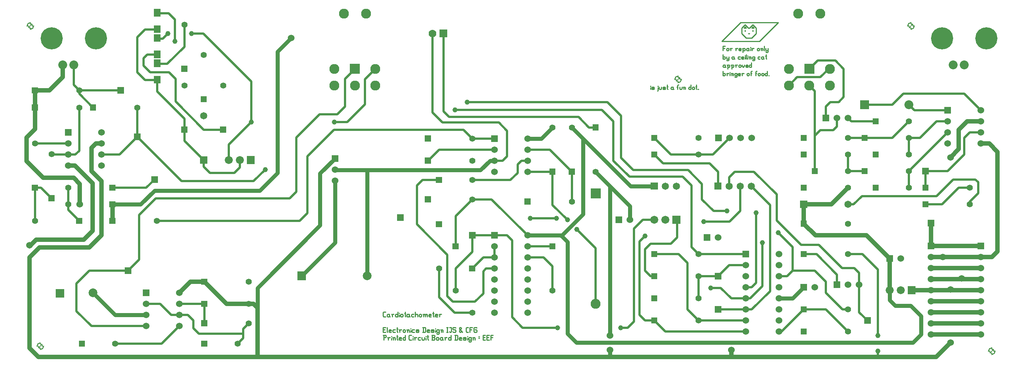
<source format=gbr>
G04 start of page 2 for group 0 idx 0 *
G04 Title: (unknown), component *
G04 Creator: pcb 20091103 *
G04 CreationDate: Mon Apr 26 17:04:44 2010 UTC *
G04 For: fosse *
G04 Format: Gerber/RS-274X *
G04 PCB-Dimensions: 1200000 1000000 *
G04 PCB-Coordinate-Origin: lower left *
%MOIN*%
%FSLAX25Y25*%
%LNFRONT*%
%ADD11C,0.0200*%
%ADD12C,0.0400*%
%ADD13C,0.0350*%
%ADD14C,0.0100*%
%ADD15C,0.0550*%
%ADD16C,0.0600*%
%ADD17C,0.0650*%
%ADD18C,0.0800*%
%ADD19C,0.0787*%
%ADD20C,0.2000*%
%ADD21C,0.0900*%
%ADD22C,0.0720*%
%ADD23C,0.0700*%
%ADD24C,0.0460*%
%ADD25R,0.0590X0.0590*%
%ADD26C,0.0300*%
%ADD27C,0.0280*%
%ADD28C,0.0380*%
%ADD29C,0.0320*%
%ADD30C,0.0315*%
%ADD31C,0.0790*%
%ADD32C,0.0510*%
%ADD33C,0.0420*%
%ADD34C,0.0500*%
%ADD35C,0.0472*%
%ADD36C,0.0395*%
G54D11*G36*
X1026900Y481300D02*X1025900D01*
Y482300D01*
X1026900D01*
Y481300D01*
G37*
G36*
X1025900Y480300D02*X1024900D01*
Y481300D01*
X1025900D01*
Y480300D01*
G37*
G36*
X953900Y775300D02*X952900D01*
Y776300D01*
X953900D01*
Y775300D01*
G37*
G36*
X952900Y774300D02*X951900D01*
Y775300D01*
X952900D01*
Y774300D01*
G37*
G36*
X158400Y775300D02*X157400D01*
Y776300D01*
X158400D01*
Y775300D01*
G37*
G36*
X157400Y774300D02*X156400D01*
Y775300D01*
X157400D01*
Y774300D01*
G37*
G36*
X167400Y485800D02*X166400D01*
Y486800D01*
X167400D01*
Y485800D01*
G37*
G36*
X166400Y484800D02*X165400D01*
Y485800D01*
X166400D01*
Y484800D01*
G37*
G36*
X743500Y727000D02*X742500D01*
Y728000D01*
X743500D01*
Y727000D01*
G37*
G36*
X742500Y726000D02*X741500D01*
Y727000D01*
X742500D01*
Y726000D01*
G37*
G54D12*X971000Y566500D02*X1026000D01*
X971000Y546500D02*X1016000D01*
Y556500D02*X971000D01*
G54D11*X923000Y555000D02*X909000Y569000D01*
X896000D01*
X906000Y552000D02*X901500Y556500D01*
G54D12*X1016000Y536500D02*X953500D01*
X1016000Y496500D02*X971000D01*
Y506500D02*X1016000D01*
Y516500D02*X971000D01*
Y526500D02*X1016000D01*
G54D13*X962000Y496500D02*Y513000D01*
G54D12*X933500Y565000D02*Y536500D01*
G54D13*Y527500D02*Y536500D01*
X962000Y513000D02*X952500Y522500D01*
X938500D01*
X933500Y527500D01*
G54D12*X971000Y596500D02*Y576500D01*
X988500Y489000D02*X975500Y476000D01*
G54D11*X923000Y481500D02*Y475500D01*
G54D12*X912500Y586000D02*X933500Y565000D01*
G54D11*X921000Y689000D02*X899000D01*
G54D12*X1016000D02*X1003500D01*
X996000Y681500D02*Y664000D01*
G54D11*X882500Y681000D02*X871000D01*
X886000Y684500D02*X882500Y681000D01*
X825500Y613500D02*X808500Y630500D01*
X876000Y692000D02*Y702500D01*
X871000Y681000D02*X866000Y676000D01*
X831500Y623000D02*X811000Y643500D01*
X896000Y519000D02*X891000D01*
X876000Y534000D01*
Y544000D01*
X886000Y541500D02*Y550500D01*
G54D12*X866500Y586000D02*X912500D01*
G54D11*X901500Y556500D02*X890500D01*
X886000Y550500D02*X867500Y569000D01*
X923000Y555000D02*Y495500D01*
X906000Y516500D02*X913500Y509000D01*
X906000Y552000D02*Y516500D01*
X866000Y554000D02*X846000D01*
G54D12*X856000Y596500D02*X866500Y586000D01*
G54D11*X853500Y577500D02*X869500D01*
X867500Y569000D02*X856000D01*
X846000Y554000D02*Y575500D01*
G54D12*X790500Y482000D02*Y476000D01*
G54D11*X807500Y529000D02*X818500Y540000D01*
X790500Y529000D02*X807500D01*
X809000Y519000D02*X825500Y535500D01*
X803500Y539000D02*X809000D01*
X813000Y543000D01*
X818500Y540000D02*Y579500D01*
X869500Y577500D02*X890500Y556500D01*
X846000Y575500D02*X833000Y588500D01*
X896000Y674000D02*X936000D01*
X1016000Y679000D02*X1006000D01*
X1001000Y674000D01*
X951000D02*X961000D01*
X936000D02*X951000Y689000D01*
X936000Y704000D02*X946000Y714000D01*
X986000Y699000D02*X956000D01*
X951000Y704000D01*
X911000D02*X936000D01*
X946000Y714000D02*X1001000D01*
X1016000Y699000D01*
X961000Y674000D02*X976000Y689000D01*
X986000D01*
G54D12*X1003500D02*X996000Y681500D01*
X1031000Y661500D02*Y571500D01*
X1026000Y566500D01*
G54D11*X1001000Y674000D02*Y659000D01*
X986000Y644000D01*
G54D12*X1016000Y669000D02*X1023500D01*
X1031000Y661500D01*
G54D11*X986000Y644000D02*X966000D01*
Y629000D02*Y644000D01*
X1006000Y629000D02*X996000D01*
X981000Y614000D01*
X966000D01*
G54D13*X954500Y489000D02*X962000Y496500D01*
G54D11*X951000Y629000D02*Y644000D01*
X986000Y679000D01*
X951000Y659000D02*Y674000D01*
G54D12*X996000Y664000D02*X988500Y656500D01*
G54D11*X991000Y636500D02*X976000Y621500D01*
X1006000Y614000D02*Y616500D01*
X1013500Y624000D01*
Y634000D01*
X1011000Y636500D01*
X991000D01*
X911000Y644000D02*X896000D01*
Y659000D01*
Y614000D02*X901000D01*
X908500Y621500D01*
X976000D02*X908500D01*
X761000Y549000D02*Y529000D01*
X772000Y538500D02*X781000D01*
X790500Y529000D01*
X743000Y569000D02*X751000Y561000D01*
Y519000D02*X761000Y509000D01*
X803500D01*
X721000Y549000D02*X717500D01*
X741500Y584000D02*Y599500D01*
X717500Y549000D02*X712500Y554000D01*
Y573500D01*
X717500Y578500D01*
X761000Y569000D02*X754500Y575500D01*
G54D13*X681000Y630500D02*Y495500D01*
G54D11*X741500Y599500D02*X741000Y600000D01*
X721000Y569000D02*X743000D01*
X668000Y574500D02*Y524000D01*
X746500Y639000D02*X698500D01*
G54D13*X721000Y630500D02*X699500D01*
G54D11*X751000Y561000D02*Y519000D01*
X754500Y575500D02*Y631000D01*
X746500Y639000D01*
X646500Y643500D02*Y616500D01*
X668000Y574500D02*X651000Y591500D01*
G54D13*X642500Y497000D02*X650500Y489000D01*
X681000Y476000D02*Y482000D01*
X642500Y580000D02*Y497000D01*
G54D11*X811000Y643500D02*X793500D01*
X778500Y630500D02*Y643500D01*
X793500D02*X788500Y638500D01*
Y630500D01*
X798500Y608000D02*Y630500D01*
X774000Y659000D02*X789000Y674000D01*
X778500Y643500D02*X771000Y651000D01*
X764000Y632500D02*Y618500D01*
X774500Y608000D01*
X841000Y549000D02*X846000Y554000D01*
X833500Y549000D02*X841000D01*
X825500Y535500D02*Y613500D01*
X831500Y599500D02*X853500Y577500D01*
G54D12*X1016000Y576500D02*X971000D01*
G54D13*X636500Y586000D02*X642500Y580000D01*
G54D11*X717500Y578500D02*X736000D01*
X741500Y584000D01*
X803500Y559000D02*X788500D01*
X813000Y543000D02*Y606500D01*
X774500Y608000D02*X786500D01*
G54D13*X656500Y605000D02*X637000Y585500D01*
G54D11*X774000Y659000D02*X736000D01*
X771000Y651000D02*X729000D01*
X702000Y645000D02*X751500D01*
X729000Y651000D02*X721000Y659000D01*
X684000Y653500D02*Y689000D01*
X668000Y683500D02*X662000D01*
X652500Y693000D01*
X684000Y689000D02*X673500Y699500D01*
G54D13*X656500Y605000D02*Y673500D01*
X646500Y683500D02*X656500Y673500D01*
X699500Y630500D02*X646500Y683500D01*
G54D11*X876000Y544000D02*X866000Y554000D01*
X836000Y499000D02*X856000Y519000D01*
X876000D01*
X896000Y499000D01*
G54D13*X833500Y529000D02*X846000D01*
X856000Y539000D01*
G54D11*X803500Y499000D02*X731000D01*
X833500D02*X836000D01*
G54D13*X650500Y489000D02*X954500D01*
G54D11*X731000Y499000D02*X721000Y509000D01*
X690500Y502500D02*X697000D01*
X702500Y508000D01*
X761000Y569000D02*X803500D01*
X788500Y559000D02*X778500Y549000D01*
X761000D01*
X778500Y519000D02*X809000D01*
X721000Y509000D02*X712500D01*
X707500Y514000D01*
Y580500D01*
X712500Y585500D01*
X702500Y508000D02*Y592000D01*
G54D13*X668000Y643500D02*X699000Y612500D01*
G54D11*X691000Y656000D02*X702000Y645000D01*
X698500Y639000D02*X684000Y653500D01*
X691000Y694000D02*Y656000D01*
X678500Y706500D02*X691000Y694000D01*
X702500Y592000D02*X710500Y600000D01*
X721000D01*
G54D13*X699000Y612500D02*Y600000D01*
G54D11*X736000Y659000D02*X721000Y674000D01*
X751500Y645000D02*X764000Y632500D01*
X886000Y692000D02*Y684500D01*
X899000Y689000D02*X896000Y692000D01*
X892000Y711000D02*Y736500D01*
X880000Y706500D02*X887500D01*
X866000Y716500D02*X861000Y721500D01*
X884500Y744000D02*X892000Y736500D01*
X879500D02*X878500D01*
X871000Y729000D01*
X861000Y736500D02*X868500Y744000D01*
X884500D01*
X871000Y729000D02*X850000D01*
X866000Y644000D02*Y716500D01*
G54D12*X856000Y614000D02*Y596500D01*
G54D11*X831500Y599500D02*Y623000D01*
G54D12*X856000Y614000D02*X881000D01*
X896000Y629000D01*
G54D11*X765500Y598500D02*X789000D01*
X798500Y608000D01*
G54D14*X810000Y771500D02*Y770500D01*
X809000Y773500D02*X810000Y774500D01*
X813000Y773500D02*X810000Y776500D01*
X813000Y768500D02*Y773500D01*
X811000D02*X809000D01*
X810000Y774500D02*X811000Y773500D01*
X803000Y776500D02*X800000Y773500D01*
X802000D02*X803000Y774500D01*
X804000Y773500D02*X802000D01*
X806000D02*X803000Y776500D01*
Y774500D02*X804000Y773500D01*
Y764500D02*X809000D01*
X807000Y773500D02*X806000D01*
X803000Y771500D02*Y770500D01*
X807000Y768500D02*X806000D01*
X809000Y764500D02*X813000Y768500D01*
X810000Y776500D02*X807000Y773500D01*
X799000Y778500D02*X782000Y761500D01*
X800000Y768500D02*X804000Y764500D01*
X782000Y761500D02*X816000D01*
X800000Y773500D02*Y768500D01*
X799000Y778500D02*X833000D01*
X816000Y761500D01*
G54D11*X281060Y741060D02*X296500Y756500D01*
X297000Y736000D02*X296500Y736500D01*
X288000Y781000D02*Y761500D01*
G54D13*X380500Y752000D02*X393000Y764500D01*
G54D11*X296500Y756500D02*Y776500D01*
X303000Y768500D02*X313500D01*
X357000Y725000D01*
X459500Y727000D02*Y704500D01*
X443500Y688500D01*
X441500Y702500D02*Y727500D01*
X469000Y736500D02*X459500Y727000D01*
X441500Y727500D02*X450500Y736500D01*
X548500Y681500D02*X431500D01*
G54D13*X461528Y644972D02*X461500Y645000D01*
X432500Y635500D02*Y579527D01*
X402473Y549500D01*
X433000Y645000D02*X432500Y645500D01*
X481500Y645000D02*X433000D01*
X461528Y549500D02*Y644972D01*
G54D11*X443500Y688500D02*X432000D01*
X434500Y695500D02*X418500D01*
X397500Y674500D02*X418500Y695500D01*
X535500Y693000D02*X530500Y698000D01*
X520500Y697000D02*X529500Y688000D01*
X314000Y681500D02*X288500Y707000D01*
X331500Y681500D02*X314000D01*
G54D13*X380500Y642500D02*Y752000D01*
X364500Y626500D02*X380500Y642500D01*
G54D11*X359000Y635000D02*X369500Y645500D01*
X336500Y668000D02*X357000Y688500D01*
X336500Y668000D02*Y654000D01*
X346500D02*Y647500D01*
X341500Y642500D01*
X357000Y725000D02*Y688500D01*
X359000Y635000D02*X294000D01*
X341500Y642500D02*X319500D01*
X314000Y648000D01*
X296500Y691500D02*Y671500D01*
X314500Y653500D02*X296500Y671500D01*
X314000Y648000D02*Y654000D01*
X541500Y576000D02*Y603500D01*
X534000Y568500D02*X506500Y596000D01*
X534000Y568500D02*Y531000D01*
X539000Y526000D02*X534000Y531000D01*
X526500Y556000D02*Y530000D01*
X541500Y556000D02*Y536000D01*
X526500Y663500D02*X516500Y653500D01*
X511500Y636000D02*X506500Y631000D01*
X511500Y636000D02*X526500D01*
X506500Y631000D02*Y596000D01*
X530500Y698000D02*Y768500D01*
X520500D02*Y697000D01*
X552000Y706500D02*X678500D01*
X201500Y717000D02*Y714000D01*
X876000Y702500D02*X880000Y706500D01*
X887500D02*X892000Y711000D01*
X272000Y726209D02*X272087Y726296D01*
X288500Y727500D02*X282500Y733500D01*
X850000Y729000D02*X842500Y721500D01*
X254000Y733500D02*X261000Y726500D01*
X282500Y733500D02*X265500D01*
X261000Y726500D02*X271883D01*
X556500Y673500D02*X576500D01*
X652500Y693000D02*X535500D01*
X673500Y699500D02*X541000D01*
X529500Y688000D02*X580500D01*
X588000Y680500D01*
X548500Y681500D02*X556500Y673500D01*
G54D12*X975500Y476000D02*X165000D01*
G54D11*X541500Y556000D02*X556500Y571000D01*
X566500Y566000D02*X556500Y556000D01*
X629000Y558000D02*X621000Y566000D01*
X566500D02*X576500D01*
X606500D02*X621000D01*
X569000Y556000D02*X576500D01*
X569000D02*X566500Y553500D01*
X629000Y558000D02*Y536000D01*
X602000Y502500D02*X633500D01*
X606500Y576000D02*X629000D01*
X576500D02*Y566000D01*
X592500Y581500D02*Y512000D01*
X602000Y502500D01*
X539000Y526000D02*X559000D01*
X566500Y533500D02*X559000Y526000D01*
X540500Y516000D02*X526500Y530000D01*
X566500Y553500D02*Y533500D01*
X540500Y516000D02*X556500D01*
X276000Y488000D02*X292000Y504000D01*
X271500Y599000D02*X400500D01*
X245500Y554000D02*X255500Y564000D01*
Y604500D01*
X254000Y675000D02*X294000Y635000D01*
X255500Y604500D02*X270500Y619500D01*
X386000D01*
X626500Y663500D02*X646500Y643500D01*
X606500Y663500D02*X626500D01*
X629000Y643500D02*Y613500D01*
X606000Y653000D02*X606500Y653500D01*
Y643500D02*X629000D01*
G54D12*X628500Y684000D02*X629000Y683500D01*
G54D13*X606500Y673500D02*X619000D01*
X629000Y683500D01*
X606500Y586000D02*X636500D01*
G54D11*X632500Y601500D02*X609000D01*
X629000Y613500D02*X642500Y600000D01*
X606500Y653500D02*X601000D01*
X597500Y650000D01*
Y642500D01*
X541500Y603500D02*X556500Y618500D01*
X557000Y618000D02*X556500Y618500D01*
X574000D02*X606500Y586000D01*
X556500Y618500D02*X574000D01*
X556500Y586000D02*X588000D01*
X526500Y663500D02*X576500D01*
X588000Y680500D02*Y657500D01*
X584000Y653500D01*
X576500D01*
G54D13*X572500D01*
X564000Y645000D01*
X481000D01*
G54D11*X588000Y586000D02*X592500Y581500D01*
X591000Y636000D02*X556500D01*
X597500Y642500D02*X591000Y636000D01*
X314500Y506500D02*Y524000D01*
X292000D01*
G54D12*X334500D02*X359000D01*
X302000Y544000D02*X292000Y534000D01*
X261874Y513874D02*X262000Y514000D01*
X165500Y575000D02*X210500D01*
G54D11*X191500Y629000D02*Y609000D01*
X201500Y599000D01*
G54D13*X257000Y614000D02*X269500Y626500D01*
X364500D01*
G54D11*X231500Y629000D02*X262000D01*
G54D12*X359000Y524000D02*X362500Y520500D01*
X205500Y582000D02*X162500D01*
X156500Y566000D02*X165500Y575000D01*
G54D13*X262000Y514000D02*X234000D01*
X214000Y534000D01*
G54D11*X161500Y629000D02*X167000D01*
X176500Y619500D01*
X161500Y629000D02*Y599000D01*
G54D12*X202000Y632500D02*Y614000D01*
X196500Y638000D02*X202000Y632500D01*
X169000Y638000D02*X196500D01*
G54D11*X201500Y714000D02*X214000Y701500D01*
G54D12*X212500Y644000D02*Y665000D01*
X216500Y669000D01*
G54D11*X201500Y662500D02*Y701500D01*
X198000Y659000D02*X201500Y662500D01*
G54D12*X191500Y649000D02*X197500D01*
X161500Y717000D02*Y682000D01*
G54D11*X176500Y659000D02*X198000D01*
G54D12*X161500Y717000D02*X174500D01*
G54D11*X161500Y669000D02*X191500D01*
X238000Y659000D02*X254000Y675000D01*
Y701500D02*Y675000D01*
X221500Y659000D02*X238000D01*
X262000Y629000D02*X269500Y636500D01*
X196500Y740000D02*Y722000D01*
G54D12*X186500Y729000D02*Y740000D01*
G54D11*X265500Y733500D02*X259500Y739500D01*
X239000Y717000D02*X201500D01*
X272087Y741060D02*X281060D01*
X271883Y726500D02*X272087Y726296D01*
Y763894D02*X276894D01*
X282271Y786729D02*X288000Y781000D01*
X272087Y786729D02*X282271D01*
X296500Y691500D02*X272000Y716000D01*
X272087Y771965D02*X260965D01*
X254000Y765000D01*
X276894Y763894D02*X281500Y768500D01*
X259500Y739500D02*Y746000D01*
X254000Y765000D02*Y733500D01*
X263000Y749500D02*X271717D01*
X259500Y746000D02*X263000Y749500D01*
X271717D02*X272087Y749130D01*
G54D12*X221500Y669000D02*X216500D01*
X197500Y649000D02*X213500Y633000D01*
Y590000D01*
X174500Y717000D02*X186500Y729000D01*
G54D11*X196500Y722000D02*X201500Y717000D01*
X272000Y716000D02*Y726209D01*
G54D12*X221500Y635000D02*Y586000D01*
X154000Y653000D02*X169000Y638000D01*
X154000Y674500D02*Y653000D01*
X161500Y682000D02*X154000Y674500D01*
G54D11*X349500Y501500D02*X354500Y506500D01*
G54D13*X362500Y538500D02*X419000Y595000D01*
X362500Y520500D02*Y538500D01*
G54D12*Y520500D02*Y476000D01*
G54D11*X304500Y502000D02*X309500Y497000D01*
X284500Y514000D02*X299500D01*
X304500Y509000D02*Y502000D01*
G54D12*X314500Y544000D02*X302000D01*
G54D11*X299500Y514000D02*X304500Y509000D01*
G54D12*X334500Y524000D02*X314500Y544000D01*
X213500Y590000D02*X205500Y582000D01*
X221500Y586000D02*X210500Y575000D01*
X162500Y582000D02*X156500Y576000D01*
G54D11*X210500Y554000D02*X245500D01*
X556500Y586000D02*Y571000D01*
X284500Y514000D02*X274500Y524000D01*
X262000D02*X274500D01*
X262000Y504000D02*X212500D01*
X309500Y497000D02*X349500D01*
Y493000D02*X344500Y488000D01*
X349500Y501500D02*Y493000D01*
X234000Y488000D02*X276000D01*
G54D12*X156500Y484000D02*Y566000D01*
G54D11*X212500Y504000D02*X199000Y517500D01*
Y542500D01*
X210500Y554000D01*
G54D12*X164500Y476000D02*X156500Y484000D01*
G54D13*X419000Y642000D02*X432500Y655500D01*
X419000Y595000D02*Y642000D01*
G54D11*X407500Y657500D02*X431500Y681500D01*
X397500Y625500D02*Y674500D01*
X407500Y606000D02*Y657500D01*
X434500Y695500D02*X441500Y702500D01*
X288500Y707000D02*Y727500D01*
X386500Y619500D02*X391500D01*
X400500Y599000D02*X407500Y606000D01*
G54D13*X231500Y614000D02*X257000D01*
G54D11*X391500Y619500D02*X397500Y625500D01*
G54D12*X231500Y614000D02*Y599000D01*
X212500Y644000D02*X221500Y635000D01*
G54D14*X155400Y775300D02*G75*G03X157400Y773300I2000J0D01*G01*
X159400Y775300D02*G75*G03X157400Y777300I-2000J0D01*G01*
Y778300D02*G75*G03X154400Y775300I0J-3000D01*G01*
X157400Y772300D02*G75*G03X160400Y775300I0J3000D01*G01*
X164400Y485800D02*G75*G03X166400Y483800I2000J0D01*G01*
X168400Y485800D02*G75*G03X166400Y487800I-2000J0D01*G01*
Y488800D02*G75*G03X163400Y485800I0J-3000D01*G01*
X166400Y482800D02*G75*G03X169400Y485800I0J3000D01*G01*
X1023900Y481300D02*G75*G03X1025900Y479300I2000J0D01*G01*
X1027900Y481300D02*G75*G03X1025900Y483300I-2000J0D01*G01*
Y484300D02*G75*G03X1022900Y481300I0J-3000D01*G01*
X1025900Y478300D02*G75*G03X1028900Y481300I0J3000D01*G01*
X950900Y775300D02*G75*G03X952900Y773300I2000J0D01*G01*
Y772300D02*G75*G03X955900Y775300I0J3000D01*G01*
X954900D02*G75*G03X952900Y777300I-2000J0D01*G01*
Y778300D02*G75*G03X949900Y775300I0J-3000D01*G01*
X740500Y727000D02*G75*G03X742500Y725000I2000J0D01*G01*
X744500Y727000D02*G75*G03X742500Y729000I-2000J0D01*G01*
Y730000D02*G75*G03X739500Y727000I0J-3000D01*G01*
X742500Y724000D02*G75*G03X745500Y727000I0J3000D01*G01*
X783000Y734510D02*Y730550D01*
Y731045D02*X783495Y730550D01*
X784485D01*
X784980Y731045D01*
Y732035D02*Y731045D01*
X784485Y732530D02*X784980Y732035D01*
X783495Y732530D02*X784485D01*
X783000Y732035D02*X783495Y732530D01*
X786663Y732035D02*Y730550D01*
Y732035D02*X787158Y732530D01*
X788148D01*
X786168D02*X786663Y732035D01*
X789337Y733520D02*Y733025D01*
Y732035D02*Y730550D01*
X790823Y732035D02*Y730550D01*
Y732035D02*X791318Y732530D01*
X791813D01*
X792308Y732035D01*
Y730550D01*
X790328Y732530D02*X790823Y732035D01*
X794982Y732530D02*X795477Y732035D01*
X793992Y732530D02*X794982D01*
X793497Y732035D02*X793992Y732530D01*
X793497Y732035D02*Y731045D01*
X793992Y730550D01*
X794982D01*
X795477Y731045D01*
X793497Y729560D02*X793992Y729065D01*
X794982D01*
X795477Y729560D01*
Y732530D02*Y729560D01*
X797161Y730550D02*X798646D01*
X796666Y731045D02*X797161Y730550D01*
X796666Y732035D02*Y731045D01*
Y732035D02*X797161Y732530D01*
X798151D01*
X798646Y732035D01*
X796666Y731540D02*X798646D01*
Y732035D02*Y731540D01*
X800330Y732035D02*Y730550D01*
Y732035D02*X800825Y732530D01*
X801815D01*
X799835D02*X800330Y732035D01*
X804786D02*Y731045D01*
Y732035D02*X805281Y732530D01*
X806271D01*
X806766Y732035D01*
Y731045D01*
X806271Y730550D02*X806766Y731045D01*
X805281Y730550D02*X806271D01*
X804786Y731045D02*X805281Y730550D01*
X808450Y734015D02*Y730550D01*
Y734015D02*X808945Y734510D01*
X809440D01*
X807955Y732530D02*X808945D01*
X812708Y734015D02*Y730550D01*
Y734015D02*X813203Y734510D01*
X813698D01*
X812213Y732530D02*X813203D01*
X814689Y732035D02*Y731045D01*
Y732035D02*X815184Y732530D01*
X816174D01*
X816669Y732035D01*
Y731045D01*
X816174Y730550D02*X816669Y731045D01*
X815184Y730550D02*X816174D01*
X814689Y731045D02*X815184Y730550D01*
X817858Y732035D02*Y731045D01*
Y732035D02*X818353Y732530D01*
X819343D01*
X819838Y732035D01*
Y731045D01*
X819343Y730550D02*X819838Y731045D01*
X818353Y730550D02*X819343D01*
X817858Y731045D02*X818353Y730550D01*
X823007Y734510D02*Y730550D01*
X822512D02*X823007Y731045D01*
X821522Y730550D02*X822512D01*
X821027Y731045D02*X821522Y730550D01*
X821027Y732035D02*Y731045D01*
Y732035D02*X821522Y732530D01*
X822512D01*
X823007Y732035D01*
X824196Y730550D02*X824691D01*
X783000Y757010D02*Y753050D01*
Y757010D02*X784980D01*
X783000Y755030D02*X784485D01*
X786168Y754535D02*Y753545D01*
Y754535D02*X786663Y755030D01*
X787653D01*
X788148Y754535D01*
Y753545D01*
X787653Y753050D02*X788148Y753545D01*
X786663Y753050D02*X787653D01*
X786168Y753545D02*X786663Y753050D01*
X789832Y754535D02*Y753050D01*
Y754535D02*X790327Y755030D01*
X791317D01*
X789337D02*X789832Y754535D01*
X794783D02*Y753050D01*
Y754535D02*X795278Y755030D01*
X796268D01*
X794288D02*X794783Y754535D01*
X797952Y753050D02*X799437D01*
X797457Y753545D02*X797952Y753050D01*
X797457Y754535D02*Y753545D01*
Y754535D02*X797952Y755030D01*
X798942D01*
X799437Y754535D01*
X797457Y754040D02*X799437D01*
Y754535D02*Y754040D01*
X801121Y754535D02*Y751565D01*
X800626Y755030D02*X801121Y754535D01*
X801616Y755030D01*
X802606D01*
X803101Y754535D01*
Y753545D01*
X802606Y753050D02*X803101Y753545D01*
X801616Y753050D02*X802606D01*
X801121Y753545D02*X801616Y753050D01*
X805775Y755030D02*X806270Y754535D01*
X804785Y755030D02*X805775D01*
X804290Y754535D02*X804785Y755030D01*
X804290Y754535D02*Y753545D01*
X804785Y753050D01*
X806270Y755030D02*Y753545D01*
X806765Y753050D01*
X804785D02*X805775D01*
X806270Y753545D01*
X807954Y756020D02*Y755525D01*
Y754535D02*Y753050D01*
X809440Y754535D02*Y753050D01*
Y754535D02*X809935Y755030D01*
X810925D01*
X808945D02*X809440Y754535D01*
X813896D02*Y753545D01*
Y754535D02*X814391Y755030D01*
X815381D01*
X815876Y754535D01*
Y753545D01*
X815381Y753050D02*X815876Y753545D01*
X814391Y753050D02*X815381D01*
X813896Y753545D02*X814391Y753050D01*
X817560Y754535D02*Y753050D01*
Y754535D02*X818055Y755030D01*
X818550D01*
X819045Y754535D01*
Y753050D01*
X817065Y755030D02*X817560Y754535D01*
X820234Y757010D02*Y753545D01*
X820729Y753050D01*
X821720Y755030D02*Y753545D01*
X822215Y753050D01*
X823700Y755030D02*Y752060D01*
X823205Y751565D02*X823700Y752060D01*
X822215Y751565D02*X823205D01*
X821720Y752060D02*X822215Y751565D01*
Y753050D02*X823205D01*
X823700Y753545D01*
X783000Y749510D02*Y745550D01*
Y746045D02*X783495Y745550D01*
X784485D01*
X784980Y746045D01*
Y747035D02*Y746045D01*
X784485Y747530D02*X784980Y747035D01*
X783495Y747530D02*X784485D01*
X783000Y747035D02*X783495Y747530D01*
X786168D02*Y746045D01*
X786663Y745550D01*
X788148Y747530D02*Y744560D01*
X787653Y744065D02*X788148Y744560D01*
X786663Y744065D02*X787653D01*
X786168Y744560D02*X786663Y744065D01*
Y745550D02*X787653D01*
X788148Y746045D01*
X792604Y747530D02*X793099Y747035D01*
X791614Y747530D02*X792604D01*
X791119Y747035D02*X791614Y747530D01*
X791119Y747035D02*Y746045D01*
X791614Y745550D01*
X793099Y747530D02*Y746045D01*
X793594Y745550D01*
X791614D02*X792604D01*
X793099Y746045D01*
X797060Y747530D02*X798545D01*
X796565Y747035D02*X797060Y747530D01*
X796565Y747035D02*Y746045D01*
X797060Y745550D01*
X798545D01*
X800229D02*X801714D01*
X799734Y746045D02*X800229Y745550D01*
X799734Y747035D02*Y746045D01*
Y747035D02*X800229Y747530D01*
X801219D01*
X801714Y747035D01*
X799734Y746540D02*X801714D01*
Y747035D02*Y746540D01*
X802903Y748520D02*Y748025D01*
Y747035D02*Y745550D01*
X803894Y749510D02*Y746045D01*
X804389Y745550D01*
X805380Y748520D02*Y748025D01*
Y747035D02*Y745550D01*
X806866Y747035D02*Y745550D01*
Y747035D02*X807361Y747530D01*
X807856D01*
X808351Y747035D01*
Y745550D01*
X806371Y747530D02*X806866Y747035D01*
X811025Y747530D02*X811520Y747035D01*
X810035Y747530D02*X811025D01*
X809540Y747035D02*X810035Y747530D01*
X809540Y747035D02*Y746045D01*
X810035Y745550D01*
X811025D01*
X811520Y746045D01*
X809540Y744560D02*X810035Y744065D01*
X811025D01*
X811520Y744560D01*
Y747530D02*Y744560D01*
X814986Y747530D02*X816471D01*
X814491Y747035D02*X814986Y747530D01*
X814491Y747035D02*Y746045D01*
X814986Y745550D01*
X816471D01*
X819145Y747530D02*X819640Y747035D01*
X818155Y747530D02*X819145D01*
X817660Y747035D02*X818155Y747530D01*
X817660Y747035D02*Y746045D01*
X818155Y745550D01*
X819640Y747530D02*Y746045D01*
X820135Y745550D01*
X818155D02*X819145D01*
X819640Y746045D01*
X821819Y749510D02*Y746045D01*
X822314Y745550D01*
X821324Y748025D02*X822314D01*
X784485Y740030D02*X784980Y739535D01*
X783495Y740030D02*X784485D01*
X783000Y739535D02*X783495Y740030D01*
X783000Y739535D02*Y738545D01*
X783495Y738050D01*
X784980Y740030D02*Y738545D01*
X785475Y738050D01*
X783495D02*X784485D01*
X784980Y738545D01*
X787158Y739535D02*Y736565D01*
X786663Y740030D02*X787158Y739535D01*
X787653Y740030D01*
X788643D01*
X789138Y739535D01*
Y738545D01*
X788643Y738050D02*X789138Y738545D01*
X787653Y738050D02*X788643D01*
X787158Y738545D02*X787653Y738050D01*
X790822Y739535D02*Y736565D01*
X790327Y740030D02*X790822Y739535D01*
X791317Y740030D01*
X792307D01*
X792802Y739535D01*
Y738545D01*
X792307Y738050D02*X792802Y738545D01*
X791317Y738050D02*X792307D01*
X790822Y738545D02*X791317Y738050D01*
X794486Y739535D02*Y738050D01*
Y739535D02*X794981Y740030D01*
X795971D01*
X793991D02*X794486Y739535D01*
X797160D02*Y738545D01*
Y739535D02*X797655Y740030D01*
X798645D01*
X799140Y739535D01*
Y738545D01*
X798645Y738050D02*X799140Y738545D01*
X797655Y738050D02*X798645D01*
X797160Y738545D02*X797655Y738050D01*
X800329Y740030D02*Y739040D01*
X801319Y738050D01*
X802309Y739040D01*
Y740030D02*Y739040D01*
X803993Y738050D02*X805478D01*
X803498Y738545D02*X803993Y738050D01*
X803498Y739535D02*Y738545D01*
Y739535D02*X803993Y740030D01*
X804983D01*
X805478Y739535D01*
X803498Y739040D02*X805478D01*
Y739535D02*Y739040D01*
X808647Y742010D02*Y738050D01*
X808152D02*X808647Y738545D01*
X807162Y738050D02*X808152D01*
X806667Y738545D02*X807162Y738050D01*
X806667Y739535D02*Y738545D01*
Y739535D02*X807162Y740030D01*
X808152D01*
X808647Y739535D01*
X717500Y721020D02*Y720525D01*
Y719535D02*Y718050D01*
X718985D02*X720470D01*
X720965Y718545D01*
X720470Y719040D02*X720965Y718545D01*
X718985Y719040D02*X720470D01*
X718490Y719535D02*X718985Y719040D01*
X718490Y719535D02*X718985Y720030D01*
X720470D01*
X720965Y719535D01*
X718490Y718545D02*X718985Y718050D01*
X724431Y721020D02*Y720525D01*
Y719535D02*Y717060D01*
X723936Y716565D02*X724431Y717060D01*
X725422Y720030D02*Y718545D01*
X725917Y718050D01*
X726907D01*
X727402Y718545D01*
Y720030D02*Y718545D01*
X729086Y718050D02*X730571D01*
X731066Y718545D01*
X730571Y719040D02*X731066Y718545D01*
X729086Y719040D02*X730571D01*
X728591Y719535D02*X729086Y719040D01*
X728591Y719535D02*X729086Y720030D01*
X730571D01*
X731066Y719535D01*
X728591Y718545D02*X729086Y718050D01*
X732750Y722010D02*Y718545D01*
X733245Y718050D01*
X732255Y720525D02*X733245D01*
X737503Y720030D02*X737998Y719535D01*
X736513Y720030D02*X737503D01*
X736018Y719535D02*X736513Y720030D01*
X736018Y719535D02*Y718545D01*
X736513Y718050D01*
X737998Y720030D02*Y718545D01*
X738493Y718050D01*
X736513D02*X737503D01*
X737998Y718545D01*
X741959Y721515D02*Y718050D01*
Y721515D02*X742454Y722010D01*
X742949D01*
X741464Y720030D02*X742454D01*
X743940D02*Y718545D01*
X744435Y718050D01*
X745425D01*
X745920Y718545D01*
Y720030D02*Y718545D01*
X747604Y719535D02*Y718050D01*
Y719535D02*X748099Y720030D01*
X748594D01*
X749089Y719535D01*
Y718050D01*
X747109Y720030D02*X747604Y719535D01*
X754040Y722010D02*Y718050D01*
X753545D02*X754040Y718545D01*
X752555Y718050D02*X753545D01*
X752060Y718545D02*X752555Y718050D01*
X752060Y719535D02*Y718545D01*
Y719535D02*X752555Y720030D01*
X753545D01*
X754040Y719535D01*
X755229D02*Y718545D01*
Y719535D02*X755724Y720030D01*
X756714D01*
X757209Y719535D01*
Y718545D01*
X756714Y718050D02*X757209Y718545D01*
X755724Y718050D02*X756714D01*
X755229Y718545D02*X755724Y718050D01*
X758893Y722010D02*Y718545D01*
X759388Y718050D01*
X758398Y720525D02*X759388D01*
X760379Y718050D02*X760874D01*
X476550Y495900D02*Y491500D01*
X476000Y495900D02*X478200D01*
X478750Y495350D01*
Y494250D01*
X478200Y493700D02*X478750Y494250D01*
X476550Y493700D02*X478200D01*
X480621Y493150D02*Y491500D01*
Y493150D02*X481171Y493700D01*
X482271D01*
X480071D02*X480621Y493150D01*
X483592Y494800D02*Y494250D01*
Y493150D02*Y491500D01*
X485243Y493150D02*Y491500D01*
Y493150D02*X485793Y493700D01*
X486343D01*
X486893Y493150D01*
Y491500D01*
X484693Y493700D02*X485243Y493150D01*
X488764Y495900D02*Y492050D01*
X489314Y491500D01*
X488214Y494250D02*X489314D01*
X490965Y491500D02*X492615D01*
X490415Y492050D02*X490965Y491500D01*
X490415Y493150D02*Y492050D01*
Y493150D02*X490965Y493700D01*
X492065D01*
X492615Y493150D01*
X490415Y492600D02*X492615D01*
Y493150D02*Y492600D01*
X496136Y495900D02*Y491500D01*
X495586D02*X496136Y492050D01*
X494486Y491500D02*X495586D01*
X493936Y492050D02*X494486Y491500D01*
X493936Y493150D02*Y492050D01*
Y493150D02*X494486Y493700D01*
X495586D01*
X496136Y493150D01*
X499987Y491500D02*X501637D01*
X499437Y492050D02*X499987Y491500D01*
X499437Y495350D02*Y492050D01*
Y495350D02*X499987Y495900D01*
X501637D01*
X502958Y494800D02*Y494250D01*
Y493150D02*Y491500D01*
X504609Y493150D02*Y491500D01*
Y493150D02*X505159Y493700D01*
X506259D01*
X504059D02*X504609Y493150D01*
X508131Y493700D02*X509781D01*
X507581Y493150D02*X508131Y493700D01*
X507581Y493150D02*Y492050D01*
X508131Y491500D01*
X509781D01*
X511102Y493700D02*Y492050D01*
X511652Y491500D01*
X512752D01*
X513302Y492050D01*
Y493700D02*Y492050D01*
X514623Y494800D02*Y494250D01*
Y493150D02*Y491500D01*
X516274Y495900D02*Y492050D01*
X516824Y491500D01*
X515724Y494250D02*X516824D01*
X519905Y491500D02*X522105D01*
X522655Y492050D01*
Y493150D02*Y492050D01*
X522105Y493700D02*X522655Y493150D01*
X520455Y493700D02*X522105D01*
X520455Y495900D02*Y491500D01*
X519905Y495900D02*X522105D01*
X522655Y495350D01*
Y494250D01*
X522105Y493700D02*X522655Y494250D01*
X523976Y493150D02*Y492050D01*
Y493150D02*X524526Y493700D01*
X525626D01*
X526176Y493150D01*
Y492050D01*
X525626Y491500D02*X526176Y492050D01*
X524526Y491500D02*X525626D01*
X523976Y492050D02*X524526Y491500D01*
X529147Y493700D02*X529697Y493150D01*
X528047Y493700D02*X529147D01*
X527497Y493150D02*X528047Y493700D01*
X527497Y493150D02*Y492050D01*
X528047Y491500D01*
X529697Y493700D02*Y492050D01*
X530247Y491500D01*
X528047D02*X529147D01*
X529697Y492050D01*
X532118Y493150D02*Y491500D01*
Y493150D02*X532668Y493700D01*
X533768D01*
X531568D02*X532118Y493150D01*
X537289Y495900D02*Y491500D01*
X536739D02*X537289Y492050D01*
X535639Y491500D02*X536739D01*
X535089Y492050D02*X535639Y491500D01*
X535089Y493150D02*Y492050D01*
Y493150D02*X535639Y493700D01*
X536739D01*
X537289Y493150D01*
X541140Y495900D02*Y491500D01*
X542790Y495900D02*X543340Y495350D01*
Y492050D01*
X542790Y491500D02*X543340Y492050D01*
X540590Y491500D02*X542790D01*
X540590Y495900D02*X542790D01*
X545212Y491500D02*X546862D01*
X544662Y492050D02*X545212Y491500D01*
X544662Y493150D02*Y492050D01*
Y493150D02*X545212Y493700D01*
X546312D01*
X546862Y493150D01*
X544662Y492600D02*X546862D01*
Y493150D02*Y492600D01*
X548733Y491500D02*X550383D01*
X550933Y492050D01*
X550383Y492600D02*X550933Y492050D01*
X548733Y492600D02*X550383D01*
X548183Y493150D02*X548733Y492600D01*
X548183Y493150D02*X548733Y493700D01*
X550383D01*
X550933Y493150D01*
X548183Y492050D02*X548733Y491500D01*
X552254Y494800D02*Y494250D01*
Y493150D02*Y491500D01*
X555005Y493700D02*X555555Y493150D01*
X553905Y493700D02*X555005D01*
X553355Y493150D02*X553905Y493700D01*
X553355Y493150D02*Y492050D01*
X553905Y491500D01*
X555005D01*
X555555Y492050D01*
X553355Y490400D02*X553905Y489850D01*
X555005D01*
X555555Y490400D01*
Y493700D02*Y490400D01*
X557426Y493150D02*Y491500D01*
Y493150D02*X557976Y493700D01*
X558526D01*
X559076Y493150D01*
Y491500D01*
X556876Y493700D02*X557426Y493150D01*
X562377Y494250D02*X562927D01*
X562377Y493150D02*X562927D01*
X566228Y493700D02*X567878D01*
X566228Y491500D02*X568428D01*
X566228Y495900D02*Y491500D01*
Y495900D02*X568428D01*
X569749Y493700D02*X571399D01*
X569749Y491500D02*X571949D01*
X569749Y495900D02*Y491500D01*
Y495900D02*X571949D01*
X573270D02*Y491500D01*
Y495900D02*X575470D01*
X573270Y493700D02*X574920D01*
X476000Y500700D02*X477650D01*
X476000Y498500D02*X478200D01*
X476000Y502900D02*Y498500D01*
Y502900D02*X478200D01*
X479521D02*Y499050D01*
X480071Y498500D01*
X481722D02*X483372D01*
X481172Y499050D02*X481722Y498500D01*
X481172Y500150D02*Y499050D01*
Y500150D02*X481722Y500700D01*
X482822D01*
X483372Y500150D01*
X481172Y499600D02*X483372D01*
Y500150D02*Y499600D01*
X485243Y500700D02*X486893D01*
X484693Y500150D02*X485243Y500700D01*
X484693Y500150D02*Y499050D01*
X485243Y498500D01*
X486893D01*
X488764Y502900D02*Y499050D01*
X489314Y498500D01*
X488214Y501250D02*X489314D01*
X490965Y500150D02*Y498500D01*
Y500150D02*X491515Y500700D01*
X492615D01*
X490415D02*X490965Y500150D01*
X493936D02*Y499050D01*
Y500150D02*X494486Y500700D01*
X495586D01*
X496136Y500150D01*
Y499050D01*
X495586Y498500D02*X496136Y499050D01*
X494486Y498500D02*X495586D01*
X493936Y499050D02*X494486Y498500D01*
X498007Y500150D02*Y498500D01*
Y500150D02*X498557Y500700D01*
X499107D01*
X499657Y500150D01*
Y498500D01*
X497457Y500700D02*X498007Y500150D01*
X500978Y501800D02*Y501250D01*
Y500150D02*Y498500D01*
X502629Y500700D02*X504279D01*
X502079Y500150D02*X502629Y500700D01*
X502079Y500150D02*Y499050D01*
X502629Y498500D01*
X504279D01*
X506151D02*X507801D01*
X508351Y499050D01*
X507801Y499600D02*X508351Y499050D01*
X506151Y499600D02*X507801D01*
X505601Y500150D02*X506151Y499600D01*
X505601Y500150D02*X506151Y500700D01*
X507801D01*
X508351Y500150D01*
X505601Y499050D02*X506151Y498500D01*
X512202Y502900D02*Y498500D01*
X513852Y502900D02*X514402Y502350D01*
Y499050D01*
X513852Y498500D02*X514402Y499050D01*
X511652Y498500D02*X513852D01*
X511652Y502900D02*X513852D01*
X516273Y498500D02*X517923D01*
X515723Y499050D02*X516273Y498500D01*
X515723Y500150D02*Y499050D01*
Y500150D02*X516273Y500700D01*
X517373D01*
X517923Y500150D01*
X515723Y499600D02*X517923D01*
Y500150D02*Y499600D01*
X519794Y498500D02*X521444D01*
X521994Y499050D01*
X521444Y499600D02*X521994Y499050D01*
X519794Y499600D02*X521444D01*
X519244Y500150D02*X519794Y499600D01*
X519244Y500150D02*X519794Y500700D01*
X521444D01*
X521994Y500150D01*
X519244Y499050D02*X519794Y498500D01*
X523315Y501800D02*Y501250D01*
Y500150D02*Y498500D01*
X526066Y500700D02*X526616Y500150D01*
X524966Y500700D02*X526066D01*
X524416Y500150D02*X524966Y500700D01*
X524416Y500150D02*Y499050D01*
X524966Y498500D01*
X526066D01*
X526616Y499050D01*
X524416Y497400D02*X524966Y496850D01*
X526066D01*
X526616Y497400D01*
Y500700D02*Y497400D01*
X528487Y500150D02*Y498500D01*
Y500150D02*X529037Y500700D01*
X529587D01*
X530137Y500150D01*
Y498500D01*
X527937Y500700D02*X528487Y500150D01*
X533438Y502900D02*X534538D01*
X533988D02*Y498500D01*
X533438D02*X534538D01*
X535859Y502900D02*X537509D01*
Y499050D01*
X536959Y498500D02*X537509Y499050D01*
X536409Y498500D02*X536959D01*
X535859Y499050D02*X536409Y498500D01*
X541030Y502900D02*X541580Y502350D01*
X539380Y502900D02*X541030D01*
X538830Y502350D02*X539380Y502900D01*
X538830Y502350D02*Y501250D01*
X539380Y500700D01*
X541030D01*
X541580Y500150D01*
Y499050D01*
X541030Y498500D02*X541580Y499050D01*
X539380Y498500D02*X541030D01*
X538830Y499050D02*X539380Y498500D01*
X544882Y499050D02*X545432Y498500D01*
X544882Y502350D02*Y501250D01*
Y502350D02*X545432Y502900D01*
X544882Y500150D02*X546532Y501800D01*
X545432Y498500D02*X545982D01*
X547082Y499600D01*
X544882Y501250D02*X547632Y498500D01*
X545432Y502900D02*X545982D01*
X546532Y502350D01*
Y501800D01*
X544882Y500150D02*Y499050D01*
X551483Y498500D02*X553133D01*
X550933Y499050D02*X551483Y498500D01*
X550933Y502350D02*Y499050D01*
Y502350D02*X551483Y502900D01*
X553133D01*
X554454D02*Y498500D01*
Y502900D02*X556654D01*
X554454Y500700D02*X556104D01*
X560175Y502900D02*X560725Y502350D01*
X558525Y502900D02*X560175D01*
X557975Y502350D02*X558525Y502900D01*
X557975Y502350D02*Y499050D01*
X558525Y498500D01*
X560175D01*
X560725Y499050D01*
Y500150D02*Y499050D01*
X560175Y500700D02*X560725Y500150D01*
X559075Y500700D02*X560175D01*
X476550Y512500D02*X478200D01*
X476000Y513050D02*X476550Y512500D01*
X476000Y516350D02*Y513050D01*
Y516350D02*X476550Y516900D01*
X478200D01*
X481171Y514700D02*X481721Y514150D01*
X480071Y514700D02*X481171D01*
X479521Y514150D02*X480071Y514700D01*
X479521Y514150D02*Y513050D01*
X480071Y512500D01*
X481721Y514700D02*Y513050D01*
X482271Y512500D01*
X480071D02*X481171D01*
X481721Y513050D01*
X484142Y514150D02*Y512500D01*
Y514150D02*X484692Y514700D01*
X485792D01*
X483592D02*X484142Y514150D01*
X489313Y516900D02*Y512500D01*
X488763D02*X489313Y513050D01*
X487663Y512500D02*X488763D01*
X487113Y513050D02*X487663Y512500D01*
X487113Y514150D02*Y513050D01*
Y514150D02*X487663Y514700D01*
X488763D01*
X489313Y514150D01*
X490634Y515800D02*Y515250D01*
Y514150D02*Y512500D01*
X491735Y514150D02*Y513050D01*
Y514150D02*X492285Y514700D01*
X493385D01*
X493935Y514150D01*
Y513050D01*
X493385Y512500D02*X493935Y513050D01*
X492285Y512500D02*X493385D01*
X491735Y513050D02*X492285Y512500D01*
X495806Y516900D02*Y513050D01*
X496356Y512500D01*
X495256Y515250D02*X496356D01*
X499107Y514700D02*X499657Y514150D01*
X498007Y514700D02*X499107D01*
X497457Y514150D02*X498007Y514700D01*
X497457Y514150D02*Y513050D01*
X498007Y512500D01*
X499657Y514700D02*Y513050D01*
X500207Y512500D01*
X498007D02*X499107D01*
X499657Y513050D01*
X502078Y514700D02*X503728D01*
X501528Y514150D02*X502078Y514700D01*
X501528Y514150D02*Y513050D01*
X502078Y512500D01*
X503728D01*
X505049Y516900D02*Y512500D01*
Y514150D02*X505599Y514700D01*
X506699D01*
X507249Y514150D01*
Y512500D01*
X508571Y514150D02*Y513050D01*
Y514150D02*X509121Y514700D01*
X510221D01*
X510771Y514150D01*
Y513050D01*
X510221Y512500D02*X510771Y513050D01*
X509121Y512500D02*X510221D01*
X508571Y513050D02*X509121Y512500D01*
X512642Y514150D02*Y512500D01*
Y514150D02*X513192Y514700D01*
X513742D01*
X514292Y514150D01*
Y512500D01*
Y514150D02*X514842Y514700D01*
X515392D01*
X515942Y514150D01*
Y512500D01*
X512092Y514700D02*X512642Y514150D01*
X517813Y512500D02*X519463D01*
X517263Y513050D02*X517813Y512500D01*
X517263Y514150D02*Y513050D01*
Y514150D02*X517813Y514700D01*
X518913D01*
X519463Y514150D01*
X517263Y513600D02*X519463D01*
Y514150D02*Y513600D01*
X521334Y516900D02*Y513050D01*
X521884Y512500D01*
X520784Y515250D02*X521884D01*
X523535Y512500D02*X525185D01*
X522985Y513050D02*X523535Y512500D01*
X522985Y514150D02*Y513050D01*
Y514150D02*X523535Y514700D01*
X524635D01*
X525185Y514150D01*
X522985Y513600D02*X525185D01*
Y514150D02*Y513600D01*
X527056Y514150D02*Y512500D01*
Y514150D02*X527606Y514700D01*
X528706D01*
X526506D02*X527056Y514150D01*
G54D11*G36*
X228750Y601750D02*Y596250D01*
X234250D01*
Y601750D01*
X228750D01*
G37*
G36*
X198750D02*Y596250D01*
X204250D01*
Y601750D01*
X198750D01*
G37*
G54D15*X161500Y599000D03*
G54D16*X191500Y669000D03*
X221500D03*
G54D15*X161500D03*
G54D16*X191500Y659000D03*
Y649000D03*
X221500D03*
Y659000D03*
G54D15*X176500Y659500D03*
G54D11*G36*
X228750Y631750D02*Y626250D01*
X234250D01*
Y631750D01*
X228750D01*
G37*
G54D15*X191500Y629000D03*
G54D11*G36*
X173750Y622250D02*Y616750D01*
X179250D01*
Y622250D01*
X173750D01*
G37*
G36*
X158750Y631750D02*Y626250D01*
X164250D01*
Y631750D01*
X158750D01*
G37*
G36*
X228750Y616750D02*Y611250D01*
X234250D01*
Y616750D01*
X228750D01*
G37*
G54D15*X191500Y614000D03*
G54D11*G36*
X266500Y639500D02*Y633500D01*
X272500D01*
Y639500D01*
X266500D01*
G37*
G36*
X251000Y678000D02*Y672000D01*
X257000D01*
Y678000D01*
X251000D01*
G37*
G36*
X188500Y682000D02*Y676000D01*
X194500D01*
Y682000D01*
X188500D01*
G37*
G54D16*X221500Y679000D03*
G54D11*G36*
X211250Y704250D02*Y698750D01*
X216750D01*
Y704250D01*
X211250D01*
G37*
G54D15*X254000Y701500D03*
X201500D03*
G54D11*G36*
X236000Y720000D02*Y714000D01*
X242000D01*
Y720000D01*
X236000D01*
G37*
G36*
X293750Y684250D02*Y678750D01*
X299250D01*
Y684250D01*
X293750D01*
G37*
G36*
X328750D02*Y678750D01*
X334250D01*
Y684250D01*
X328750D01*
G37*
G54D15*X296500Y721500D03*
X331500D03*
G54D11*G36*
X293750Y739250D02*Y733750D01*
X299250D01*
Y739250D01*
X293750D01*
G37*
G36*
X311250Y711750D02*Y706250D01*
X316750D01*
Y711750D01*
X311250D01*
G37*
G54D15*X314000Y749000D03*
G54D17*Y694000D03*
G54D18*X196500Y740000D03*
G54D11*G36*
X158750Y719750D02*Y714250D01*
X164250D01*
Y719750D01*
X158750D01*
G37*
G54D15*X201500Y717000D03*
G54D11*G36*
X158750Y704250D02*Y698750D01*
X164250D01*
Y704250D01*
X158750D01*
G37*
G36*
X311750Y490750D02*Y485250D01*
X317250D01*
Y490750D01*
X311750D01*
G37*
G36*
Y526750D02*Y521250D01*
X317250D01*
Y526750D01*
X311750D01*
G37*
G36*
Y509250D02*Y503750D01*
X317250D01*
Y509250D01*
X311750D01*
G37*
G36*
Y546750D02*Y541250D01*
X317250D01*
Y546750D01*
X311750D01*
G37*
G54D15*X344500Y488000D03*
X354500Y524000D03*
Y506500D03*
Y544000D03*
X271500Y599000D03*
G54D11*G36*
X242500Y557000D02*Y551000D01*
X248500D01*
Y557000D01*
X242500D01*
G37*
G36*
X259000Y537000D02*Y531000D01*
X265000D01*
Y537000D01*
X259000D01*
G37*
G54D16*X262000Y524000D03*
Y514000D03*
G54D19*X214000Y534000D03*
G54D11*G36*
X180141Y537544D02*Y529670D01*
X188015D01*
Y537544D01*
X180141D01*
G37*
G54D16*X262000Y504000D03*
G54D11*G36*
X201250Y490750D02*Y485250D01*
X206750D01*
Y490750D01*
X201250D01*
G37*
G54D15*X234000Y488000D03*
G54D16*X292000Y504000D03*
Y514000D03*
Y524000D03*
Y534000D03*
G54D18*X991000Y740000D03*
G54D20*X981000Y764000D03*
G54D18*X1001000Y740000D03*
G54D20*X1021000Y764000D03*
G54D16*X1016000Y669000D03*
Y679000D03*
Y689000D03*
Y699000D03*
G54D11*G36*
X918250Y691750D02*Y686250D01*
X923750D01*
Y691750D01*
X918250D01*
G37*
G36*
X908250Y676750D02*Y671250D01*
X913750D01*
Y676750D01*
X908250D01*
G37*
G36*
X918250Y631750D02*Y626250D01*
X923750D01*
Y631750D01*
X918250D01*
G37*
G36*
X908250Y646750D02*Y641250D01*
X913750D01*
Y646750D01*
X908250D01*
G37*
G36*
X918250Y661750D02*Y656250D01*
X923750D01*
Y661750D01*
X918250D01*
G37*
G36*
X907000Y708000D02*Y700000D01*
X915000D01*
Y708000D01*
X907000D01*
G37*
G54D15*X951000Y689000D03*
Y674000D03*
Y644000D03*
Y659000D03*
G54D18*Y704000D03*
G54D11*G36*
X963000Y647000D02*Y641000D01*
X969000D01*
Y647000D01*
X963000D01*
G37*
G36*
X873000Y695000D02*Y689000D01*
X879000D01*
Y695000D01*
X873000D01*
G37*
G54D16*X886000Y692000D03*
X896000D03*
G54D11*G36*
X853250Y676750D02*Y671250D01*
X858750D01*
Y676750D01*
X853250D01*
G37*
G54D15*X896000Y674000D03*
G54D21*X851000Y786500D03*
X871000D03*
G54D11*G36*
X856500Y741000D02*Y732000D01*
X865500D01*
Y741000D01*
X856500D01*
G37*
G54D21*X842500Y736500D03*
X879500D03*
X842500Y721500D03*
X861000D03*
X879500D03*
G54D16*X803500Y539000D03*
Y529000D03*
Y519000D03*
Y509000D03*
G54D11*G36*
X800500Y572000D02*Y566000D01*
X806500D01*
Y572000D01*
X800500D01*
G37*
G54D16*X803500Y559000D03*
Y549000D03*
Y499000D03*
G54D11*G36*
X775500Y522000D02*Y516000D01*
X781500D01*
Y522000D01*
X775500D01*
G37*
G36*
Y552000D02*Y546000D01*
X781500D01*
Y552000D01*
X775500D01*
G37*
G36*
X775250Y633750D02*Y627250D01*
X781750D01*
Y633750D01*
X775250D01*
G37*
G54D17*X788500Y630500D03*
X798500D03*
X808500D03*
G54D11*G36*
X717750Y633750D02*Y627250D01*
X724250D01*
Y633750D01*
X717750D01*
G37*
G54D17*X731000Y630500D03*
X741000D03*
G54D11*G36*
X776000Y677000D02*Y671000D01*
X782000D01*
Y677000D01*
X776000D01*
G37*
G36*
X718250Y676750D02*Y671250D01*
X723750D01*
Y676750D01*
X718250D01*
G37*
G54D15*X761000Y674000D03*
G54D16*X789000D03*
X799000D03*
X809000D03*
G54D11*G36*
X718250Y661750D02*Y656250D01*
X723750D01*
Y661750D01*
X718250D01*
G37*
G54D15*X761000Y659000D03*
Y569000D03*
G54D11*G36*
X765500Y587000D02*Y581000D01*
X771500D01*
Y587000D01*
X765500D01*
G37*
G54D16*X778500Y584000D03*
G54D11*G36*
X737400Y603600D02*Y596400D01*
X744600D01*
Y603600D01*
X737400D01*
G37*
G54D22*X731000Y600000D03*
X721000D03*
G54D11*G36*
X718250Y571750D02*Y566250D01*
X723750D01*
Y571750D01*
X718250D01*
G37*
G36*
Y551750D02*Y546250D01*
X723750D01*
Y551750D01*
X718250D01*
G37*
G54D15*X761000Y549000D03*
G54D11*G36*
X718250Y531750D02*Y526250D01*
X723750D01*
Y531750D01*
X718250D01*
G37*
G54D15*X761000Y529000D03*
G54D11*G36*
X718250Y511750D02*Y506250D01*
X723750D01*
Y511750D01*
X718250D01*
G37*
G54D15*X761000Y509000D03*
G54D11*G36*
X573500Y589000D02*Y583000D01*
X579500D01*
Y589000D01*
X573500D01*
G37*
G54D16*X576500Y576000D03*
Y566000D03*
G54D15*X556500Y516000D03*
G54D11*G36*
X553750Y558750D02*Y553250D01*
X559250D01*
Y558750D01*
X553750D01*
G37*
G54D16*X576500Y556000D03*
Y546000D03*
Y536000D03*
G54D15*X541500D03*
X556500Y618500D03*
G54D11*G36*
X553500Y589000D02*Y583000D01*
X559500D01*
Y589000D01*
X553500D01*
G37*
G54D15*X556500Y653500D03*
Y636000D03*
G54D11*G36*
X573500Y676500D02*Y670500D01*
X579500D01*
Y676500D01*
X573500D01*
G37*
G54D15*X556500Y673500D03*
G54D16*X576500Y663500D03*
Y653500D03*
Y643500D03*
Y526000D03*
Y516000D03*
X606500D03*
Y526000D03*
Y536000D03*
G54D15*X629000D03*
G54D16*X606500Y546000D03*
Y556000D03*
Y566000D03*
Y576000D03*
Y586000D03*
G54D11*G36*
X626250Y578750D02*Y573250D01*
X631750D01*
Y578750D01*
X626250D01*
G37*
G54D21*X668000Y524000D03*
G54D11*G36*
X626250Y646250D02*Y640750D01*
X631750D01*
Y646250D01*
X626250D01*
G37*
G54D16*X606500Y643500D03*
Y653500D03*
Y663500D03*
Y673500D03*
G54D11*G36*
X603750Y619250D02*Y613750D01*
X609250D01*
Y619250D01*
X603750D01*
G37*
G54D15*X629000Y683500D03*
G54D11*G36*
X665250Y686250D02*Y680750D01*
X670750D01*
Y686250D01*
X665250D01*
G37*
G54D15*X646500Y683500D03*
G54D11*G36*
X663500Y628500D02*Y619500D01*
X672500D01*
Y628500D01*
X663500D01*
G37*
G54D15*X668000Y643500D03*
G54D11*G36*
X643750Y646250D02*Y640750D01*
X649250D01*
Y646250D01*
X643750D01*
G37*
G54D15*X646500Y616500D03*
G54D11*G36*
X686000Y603000D02*Y597000D01*
X692000D01*
Y603000D01*
X686000D01*
G37*
G54D16*X699000Y600000D03*
X833500Y499000D03*
G54D11*G36*
X853250Y501750D02*Y496250D01*
X858750D01*
Y501750D01*
X853250D01*
G37*
G54D15*X896000Y499000D03*
G54D16*X833500Y509000D03*
G54D11*G36*
X853000Y542000D02*Y536000D01*
X859000D01*
Y542000D01*
X853000D01*
G37*
G54D16*X866000Y539000D03*
G54D11*G36*
X883000Y544500D02*Y538500D01*
X889000D01*
Y544500D01*
X883000D01*
G37*
G36*
X853250Y521750D02*Y516250D01*
X858750D01*
Y521750D01*
X853250D01*
G37*
G54D16*X833500Y519000D03*
Y529000D03*
Y539000D03*
Y549000D03*
Y559000D03*
Y569000D03*
G54D15*X896000Y519000D03*
G54D11*G36*
X910500Y512000D02*Y506000D01*
X916500D01*
Y512000D01*
X910500D01*
G37*
G36*
X853250Y661750D02*Y656250D01*
X858750D01*
Y661750D01*
X853250D01*
G37*
G36*
Y599250D02*Y593750D01*
X858750D01*
Y599250D01*
X853250D01*
G37*
G36*
Y631750D02*Y626250D01*
X858750D01*
Y631750D01*
X853250D01*
G37*
G54D15*X896000Y659000D03*
Y596500D03*
Y629000D03*
Y644000D03*
G54D11*G36*
X852750Y617250D02*Y610750D01*
X859250D01*
Y617250D01*
X852750D01*
G37*
G54D17*X896000Y614000D03*
G54D11*G36*
X863250Y646750D02*Y641250D01*
X868750D01*
Y646750D01*
X863250D01*
G37*
G36*
X930500Y568000D02*Y562000D01*
X936500D01*
Y568000D01*
X930500D01*
G37*
G54D16*X943500Y565000D03*
G54D11*G36*
X853250Y571750D02*Y566250D01*
X858750D01*
Y571750D01*
X853250D01*
G37*
G54D15*X896000Y569000D03*
G54D11*G36*
X949900Y540100D02*Y532900D01*
X957100D01*
Y540100D01*
X949900D01*
G37*
G54D22*X943500Y536500D03*
X933500D03*
G54D16*X896000Y541500D03*
X906000D03*
G54D11*G36*
X963250Y616750D02*Y611250D01*
X968750D01*
Y616750D01*
X963250D01*
G37*
G36*
Y631750D02*Y626250D01*
X968750D01*
Y631750D01*
X963250D01*
G37*
G54D15*X951000Y629000D03*
X1006000Y614000D03*
G54D11*G36*
X983000Y702000D02*Y696000D01*
X989000D01*
Y702000D01*
X983000D01*
G37*
G54D16*X986000Y689000D03*
Y679000D03*
Y669000D03*
G54D15*X1006000Y629000D03*
G54D11*G36*
X1013000Y579500D02*Y573500D01*
X1019000D01*
Y579500D01*
X1013000D01*
G37*
G54D16*X1016000Y566500D03*
Y556500D03*
Y546500D03*
Y536500D03*
Y526500D03*
Y516500D03*
Y506500D03*
Y496500D03*
G54D11*G36*
X968000Y579500D02*Y573500D01*
X974000D01*
Y579500D01*
X968000D01*
G37*
G54D16*X971000Y566500D03*
Y556500D03*
G54D11*G36*
X968000Y600000D02*Y594000D01*
X974000D01*
Y600000D01*
X968000D01*
G37*
G54D16*X971000Y546500D03*
Y536500D03*
Y526500D03*
Y516500D03*
Y506500D03*
Y496500D03*
G54D11*G36*
X527000Y772000D02*Y765000D01*
X534000D01*
Y772000D01*
X527000D01*
G37*
G54D18*X186500Y740000D03*
G54D20*X216500Y764000D03*
X176500D03*
G54D15*X296500Y776500D03*
G54D21*X440500Y786500D03*
X460500D03*
G54D11*G36*
X310750Y657250D02*Y650750D01*
X317250D01*
Y657250D01*
X310750D01*
G37*
G36*
X352900Y657600D02*Y650400D01*
X360100D01*
Y657600D01*
X352900D01*
G37*
G54D22*X346500Y654000D03*
X336500D03*
G54D11*G36*
X429500Y658500D02*Y652500D01*
X435500D01*
Y658500D01*
X429500D01*
G37*
G54D16*X432500Y645500D03*
Y635500D03*
G54D11*G36*
X513750Y656250D02*Y650750D01*
X519250D01*
Y656250D01*
X513750D01*
G37*
G36*
X523750Y638750D02*Y633250D01*
X529250D01*
Y638750D01*
X523750D01*
G37*
G36*
X513750Y676250D02*Y670750D01*
X519250D01*
Y676250D01*
X513750D01*
G37*
G36*
X398536Y553437D02*Y545563D01*
X406410D01*
Y553437D01*
X398536D01*
G37*
G54D19*X461528Y549500D03*
G54D11*G36*
X488500Y605000D02*Y599000D01*
X494500D01*
Y605000D01*
X488500D01*
G37*
G36*
X513750Y621250D02*Y615750D01*
X519250D01*
Y621250D01*
X513750D01*
G37*
G36*
X523750Y598750D02*Y593250D01*
X529250D01*
Y598750D01*
X523750D01*
G37*
G54D15*X526500Y556000D03*
G54D11*G36*
X538750Y578750D02*Y573250D01*
X544250D01*
Y578750D01*
X538750D01*
G37*
G54D23*X520500Y768500D03*
G54D11*G36*
X446000Y741000D02*Y732000D01*
X455000D01*
Y741000D01*
X446000D01*
G37*
G54D21*X432000Y736500D03*
X469000D03*
X432000Y721500D03*
X450500D03*
X469000D03*
G54D16*X202000Y614000D03*
G54D24*X303000Y768500D03*
X281500D03*
X288000Y761500D03*
G54D16*X156500Y577000D03*
G54D24*X642500Y600000D03*
X651000Y591500D03*
X357000Y688500D03*
X432000D03*
G54D16*X393000Y764500D03*
G54D24*X369500Y645500D03*
X541000Y699500D03*
X609000Y601500D03*
X632500D03*
X552000Y706500D03*
X923000Y481500D03*
Y495500D03*
G54D16*X988500Y537000D03*
Y656500D03*
Y489000D03*
X981500Y566500D03*
X998500Y547000D03*
G54D24*X772000Y538500D03*
X786500Y608000D03*
G54D16*X790500Y482500D03*
G54D24*X818500Y579500D03*
X765500Y598500D03*
X813000Y606500D03*
G54D16*X681000Y482500D03*
Y495500D03*
G54D24*X690500Y502500D03*
X712500Y585500D03*
X833000Y588500D03*
X633500Y502500D03*
G54D25*X272087Y764879D02*Y763894D01*
Y750115D02*Y749130D01*
Y742045D02*Y741060D01*
Y727281D02*Y726296D01*
Y787714D02*Y786729D01*
Y772950D02*Y771965D01*
G54D26*G54D27*G54D26*G54D27*G54D26*G54D28*G54D27*G54D26*G54D28*G54D26*G54D29*G54D26*G54D28*G54D27*G54D30*G54D27*G54D26*G54D27*G54D29*G54D31*G54D29*G54D31*G54D27*G54D26*G54D28*G54D26*G54D32*G54D27*G54D28*G54D26*G54D28*G54D26*G54D33*G54D26*G54D27*G54D26*G54D27*G54D26*G54D28*G54D26*G54D27*G54D26*G54D27*G54D26*G54D27*G54D26*G54D34*G54D26*G54D27*G54D26*G54D34*G54D26*G54D27*G54D26*G54D27*G54D26*G54D28*G54D26*G54D27*G54D26*G54D28*G54D26*G54D33*G54D28*G54D26*G54D27*G54D26*G54D28*G54D27*G54D35*G54D29*G54D31*G54D26*G54D32*G54D26*G54D33*G54D28*G54D26*G54D36*G54D28*G54D26*G54D27*G54D32*G54D13*G54D11*G54D13*G54D11*G54D13*G54D11*G54D13*G54D11*G54D13*G54D11*G54D13*G54D11*M02*

</source>
